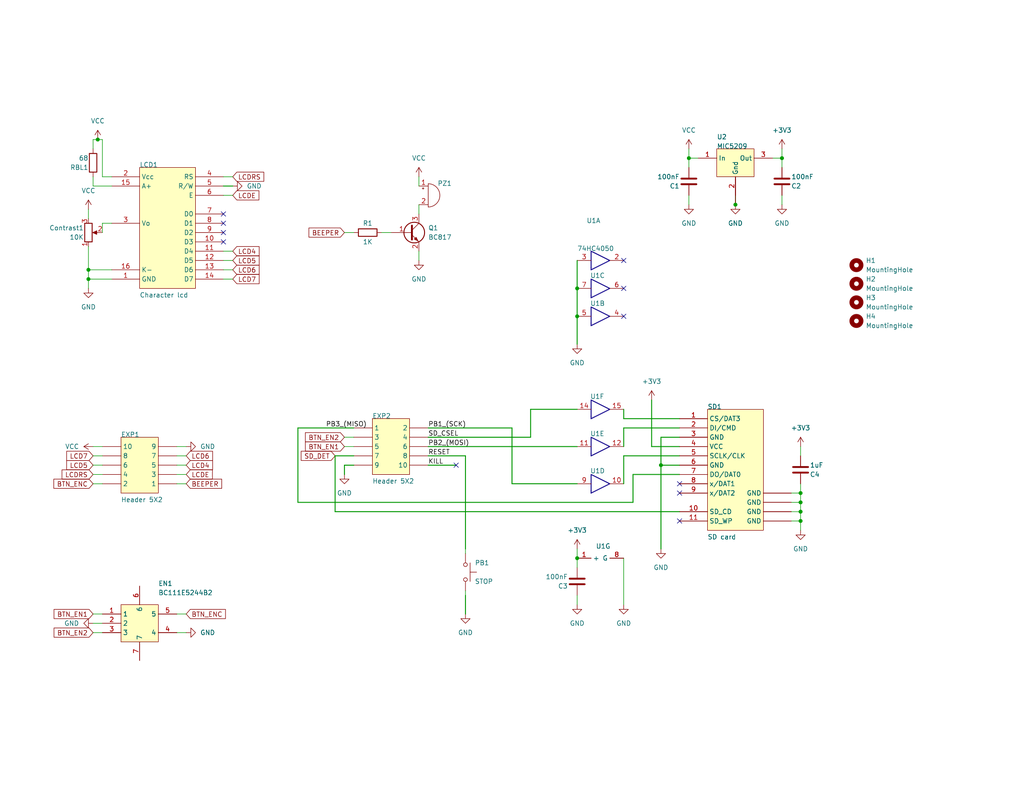
<source format=kicad_sch>
(kicad_sch (version 20230121) (generator eeschema)
  (paper "A")
  (lib_symbols
    (symbol "Device:Buzzer" (pin_names (offset 0.0254) hide)
      (property "Reference" "BZ" (at 3.81 1.27 0))
      (property "Value" "Buzzer" (at 3.81 -1.27 0))
      (symbol "Buzzer_0_1"
        (arc (start 0 -3.175) (mid 3.1612 0) (end 0 3.175))
        (polyline (pts (xy -1.651 1.905) (xy -1.143 1.905)))
        (polyline (pts (xy -1.397 2.159) (xy -1.397 1.651)))
        (polyline (pts (xy 0 3.175) (xy 0 -3.175)))
      )
      (symbol "Buzzer_1_1"
        (pin passive line (at -2.54 2.54 0) (length 2.54) (name "-") (number "1"))
        (pin passive line (at -2.54 -2.54 0) (length 2.54) (name "+") (number "2"))
      )
    )
    (symbol "Device:C" (pin_numbers hide) (pin_names (offset 0.254))
      (property "Reference" "C" (at 0.635 2.54 0))
      (property "Value" "C" (at 0.635 -2.54 0))
      (symbol "C_0_1"
        (polyline (pts (xy -2.032 -0.762) (xy 2.032 -0.762)) (stroke (width 0.508)))
        (polyline (pts (xy -2.032 0.762) (xy 2.032 0.762)) (stroke (width 0.508)))
      )
      (symbol "C_1_1"
        (pin passive line (at 0 3.81 270) (length 2.794) (name "~") (number "1"))
        (pin passive line (at 0 -3.81 90) (length 2.794) (name "~") (number "2"))
      )
    )
    (symbol "Device:R" (pin_numbers hide) (pin_names (offset 0))
      (property "Reference" "R" (at 2.032 0 90))
      (property "Value" "R" (at 0 0 90))
      (symbol "R_0_1"
        (rectangle (start -1.016 -2.54) (end 1.016 2.54) (stroke (width 0.254)))
      )
      (symbol "R_1_1"
        (pin passive line (at 0 3.81 270) (length 1.27) (name "~") (number "1"))
        (pin passive line (at 0 -3.81 90) (length 1.27) (name "~") (number "2"))
      )
    )
    (symbol "Device:R_Potentiometer" (pin_names (offset 1.016) hide)
      (property "Reference" "RV" (at -4.445 0 90))
      (property "Value" "R_Potentiometer" (at -2.54 0 90))
      (symbol "R_Potentiometer_0_1"
        (polyline (pts (xy 2.54 0) (xy 1.524 0)))
        (polyline (pts (xy 1.143 0) (xy 2.286 0.508) (xy 2.286 -0.508) (xy 1.143 0)) (fill (type outline)))
        (rectangle (start 1.016 2.54) (end -1.016 -2.54) (stroke (width 0.254)))
      )
      (symbol "R_Potentiometer_1_1"
        (pin passive line (at 0 3.81 270) (length 1.27) (name "1") (number "1"))
        (pin passive line (at 3.81 0 180) (length 1.27) (name "2") (number "2"))
        (pin passive line (at 0 -3.81 90) (length 1.27) (name "3") (number "3"))
      )
    )
    (symbol "Mechanical:MountingHole" (pin_names (offset 1.016))
      (property "Reference" "H" (at 0 5.08 0))
      (property "Value" "MountingHole" (at 0 3.175 0))
      (symbol "MountingHole_0_1"
        (circle (center 0 0) (radius 1.27) (stroke (width 1.27)))
      )
    )
    (symbol "Switch:SW_Push" (pin_numbers hide) (pin_names (offset 1.016) hide)
      (property "Reference" "SW" (at 1.27 2.54 0))
      (property "Value" "SW_Push" (at 0 -1.524 0))
      (symbol "SW_Push_0_1"
        (circle (center -2.032 0) (radius 0.508))
        (polyline (pts (xy 0 1.27) (xy 0 3.048)))
        (polyline (pts (xy 2.54 1.27) (xy -2.54 1.27)))
        (circle (center 2.032 0) (radius 0.508))
        (pin passive line (at -5.08 0 0) (length 2.54) (name "1") (number "1"))
        (pin passive line (at 5.08 0 180) (length 2.54) (name "2") (number "2"))
      )
    )
    (symbol "Transistor_BJT:BC817" (pin_names (offset 0) hide)
      (property "Reference" "Q" (at 5.08 1.905 0))
      (property "Value" "BC817" (at 5.08 0 0))
      (symbol "BC817_0_1"
        (polyline (pts (xy 0.635 0.635) (xy 2.54 2.54)))
        (polyline (pts (xy 0.635 -0.635) (xy 2.54 -2.54) (xy 2.54 -2.54)))
        (polyline (pts (xy 0.635 1.905) (xy 0.635 -1.905) (xy 0.635 -1.905)) (stroke (width 0.508)))
        (polyline (pts (xy 1.27 -1.778) (xy 1.778 -1.27) (xy 2.286 -2.286) (xy 1.27 -1.778) (xy 1.27 -1.778)) (fill (type outline)))
        (circle (center 1.27 0) (radius 2.8194) (stroke (width 0.254)))
      )
      (symbol "BC817_1_1"
        (pin input line (at -5.08 0 0) (length 5.715) (name "B") (number "1"))
        (pin passive line (at 2.54 -5.08 90) (length 2.54) (name "E") (number "2"))
        (pin passive line (at 2.54 5.08 270) (length 2.54) (name "C") (number "3"))
      )
    )
    (symbol "power:+3V3" (power) (pin_names (offset 0))
      (property "Value" "+3V3" (at 0 3.556 0))
      (symbol "+3V3_0_1"
        (polyline (pts (xy -0.762 1.27) (xy 0 2.54)))
        (polyline (pts (xy 0 0) (xy 0 2.54)))
        (polyline (pts (xy 0 2.54) (xy 0.762 1.27)))
      )
      (symbol "+3V3_1_1"
        (pin power_in line (at 0 0 90) (length 0) hide (name "+3V3") (number "1"))
      )
    )
    (symbol "power:GND" (power) (pin_names (offset 0))
      (property "Value" "GND" (at 0 -3.81 0))
      (symbol "GND_0_1"
        (polyline (pts (xy 0 0) (xy 0 -1.27) (xy 1.27 -1.27) (xy 0 -2.54) (xy -1.27 -1.27) (xy 0 -1.27)))
      )
      (symbol "GND_1_1"
        (pin power_in line (at 0 0 270) (length 0) hide (name "GND") (number "1"))
      )
    )
    (symbol "power:VCC" (power) (pin_names (offset 0))
      (property "Value" "VCC" (at 0 3.81 0))
      (symbol "VCC_0_1"
        (polyline (pts (xy -0.762 1.27) (xy 0 2.54)))
        (polyline (pts (xy 0 0) (xy 0 2.54)))
        (polyline (pts (xy 0 2.54) (xy 0.762 1.27)))
      )
      (symbol "VCC_1_1"
        (pin power_in line (at 0 0 90) (length 0) hide (name "VCC") (number "1"))
      )
    )
    (symbol "reprapdiscount_smart_controller-altium-import:root_0_74HC4050"
      (symbol "root_0_74HC4050_1_0"
        (polyline (pts (xy -1.27 -2.54) (xy -1.27 -1.905)) (stroke (width 0.254) (color 12 0 135 1)))
        (polyline (pts (xy -1.27 -2.54) (xy 3.81 0) (xy -1.27 2.54) (xy -1.27 -1.905)) (stroke (width 0.254) (color 12 0 135 1)))
        (pin passive line (at 7.62 0 180) (length 3.81) (name "2") (number "2"))
        (pin passive line (at -5.08 0 0) (length 3.81) (name "3") (number "3"))
      )
      (symbol "root_0_74HC4050_2_0"
        (polyline (pts (xy -1.27 -2.54) (xy -1.27 -1.905)) (stroke (width 0.254) (color 12 0 135 1)))
        (polyline (pts (xy -1.27 -2.54) (xy 3.81 0) (xy -1.27 2.54) (xy -1.27 -1.905)) (stroke (width 0.254) (color 12 0 135 1)))
        (pin passive line (at 7.62 0 180) (length 3.81) (name "4") (number "4"))
        (pin passive line (at -5.08 0 0) (length 3.81) (name "5") (number "5"))
      )
      (symbol "root_0_74HC4050_3_0"
        (polyline (pts (xy -1.27 -2.54) (xy -1.27 -1.905)) (stroke (width 0.254) (color 12 0 135 1)))
        (polyline (pts (xy -1.27 -2.54) (xy 3.81 0) (xy -1.27 2.54) (xy -1.27 -1.905)) (stroke (width 0.254) (color 12 0 135 1)))
        (pin passive line (at 7.62 0 180) (length 3.81) (name "6") (number "6"))
        (pin passive line (at -5.08 0 0) (length 3.81) (name "7") (number "7"))
      )
      (symbol "root_0_74HC4050_4_0"
        (polyline (pts (xy -2.54 -2.54) (xy -2.54 -1.905)) (stroke (width 0.254) (color 12 0 135 1)))
        (polyline (pts (xy -2.54 -2.54) (xy 2.54 0) (xy -2.54 2.54) (xy -2.54 -1.905)) (stroke (width 0.254) (color 12 0 135 1)))
        (pin passive line (at 6.35 0 180) (length 3.81) (name "10") (number "10"))
        (pin passive line (at -6.35 0 0) (length 3.81) (name "9") (number "9"))
      )
      (symbol "root_0_74HC4050_5_0"
        (polyline (pts (xy -1.27 -2.54) (xy -1.27 -1.905)) (stroke (width 0.254) (color 12 0 135 1)))
        (polyline (pts (xy -1.27 -2.54) (xy 3.81 0) (xy -1.27 2.54) (xy -1.27 -1.905)) (stroke (width 0.254) (color 12 0 135 1)))
        (pin passive line (at -5.08 0 0) (length 3.81) (name "11") (number "11"))
        (pin passive line (at 7.62 0 180) (length 3.81) (name "12") (number "12"))
      )
      (symbol "root_0_74HC4050_6_0"
        (polyline (pts (xy -1.27 -2.54) (xy -1.27 -1.905)) (stroke (width 0.254) (color 12 0 135 1)))
        (polyline (pts (xy -1.27 -2.54) (xy 3.81 0) (xy -1.27 2.54) (xy -1.27 -1.905)) (stroke (width 0.254) (color 12 0 135 1)))
        (pin passive line (at -5.08 0 0) (length 3.81) (name "14") (number "14"))
        (pin passive line (at 7.62 0 180) (length 3.81) (name "15") (number "15"))
      )
      (symbol "root_0_74HC4050_7_0"
        (pin passive line (at -6.35 0 0) (length 3.81) (name "+") (number "1"))
        (pin passive line (at 6.35 0 180) (length 3.81) (name "G") (number "8"))
      )
    )
    (symbol "reprapdiscount_smart_controller-altium-import:root_0_Encoder"
      (symbol "root_0_Encoder_1_0"
        (rectangle (start 10.16 0) (end 0 -10.16) (fill (type background)))
        (pin passive line (at -5.08 -2.54 0) (length 5.08) (name "1") (number "1"))
        (pin passive line (at -5.08 -5.08 0) (length 5.08) (name "2") (number "2"))
        (pin passive line (at -5.08 -7.62 0) (length 5.08) (name "3") (number "3"))
        (pin passive line (at 15.24 -7.62 180) (length 5.08) (name "4") (number "4"))
        (pin passive line (at 15.24 -2.54 180) (length 5.08) (name "5") (number "5"))
        (pin passive line (at 5.08 5.08 270) (length 5.08) (name "6") (number "6"))
        (pin passive line (at 5.08 -15.24 90) (length 5.08) (name "7") (number "7"))
      )
    )
    (symbol "reprapdiscount_smart_controller-altium-import:root_0_Header 5X2"
      (symbol "root_0_Header 5X2_1_0"
        (rectangle (start 10.16 0) (end 0 -15.24) (fill (type background)))
        (pin passive line (at -5.08 -2.54 0) (length 5.08) (name "1") (number "1"))
        (pin passive line (at 15.24 -12.7 180) (length 5.08) (name "10") (number "10"))
        (pin passive line (at 15.24 -2.54 180) (length 5.08) (name "2") (number "2"))
        (pin passive line (at -5.08 -5.08 0) (length 5.08) (name "3") (number "3"))
        (pin passive line (at 15.24 -5.08 180) (length 5.08) (name "4") (number "4"))
        (pin passive line (at -5.08 -7.62 0) (length 5.08) (name "5") (number "5"))
        (pin passive line (at 15.24 -7.62 180) (length 5.08) (name "6") (number "6"))
        (pin passive line (at -5.08 -10.16 0) (length 5.08) (name "7") (number "7"))
        (pin passive line (at 15.24 -10.16 180) (length 5.08) (name "8") (number "8"))
        (pin passive line (at -5.08 -12.7 0) (length 5.08) (name "9") (number "9"))
      )
    )
    (symbol "reprapdiscount_smart_controller-altium-import:root_0_MIC5209"
      (symbol "root_0_MIC5209_1_0"
        (rectangle (start 10.16 2.54) (end 0 -5.08) (fill (type background)))
        (pin passive line (at -5.08 0 0) (length 5.08) (name "In") (number "1"))
        (pin passive line (at 5.08 -10.16 90) (length 5.08) (name "Gnd") (number "2"))
        (pin passive line (at 15.24 0 180) (length 5.08) (name "Out") (number "3"))
        (pin passive line (at 5.08 -12.7 90) (length 7.62) (name "Gnd") (number "4"))
      )
    )
    (symbol "reprapdiscount_smart_controller-altium-import:root_0_SD card"
      (symbol "root_0_SD card_1_0"
        (rectangle (start 15.24 0) (end 0 -33.02) (fill (type background)))
        (pin passive line (at -7.62 -2.54 0) (length 7.62) (name "CS/DAT3") (number "1"))
        (pin passive line (at -7.62 -27.94 0) (length 7.62) (name "SD_CD") (number "10"))
        (pin passive line (at -7.62 -30.48 0) (length 7.62) (name "SD_WP") (number "11"))
        (pin passive line (at 22.86 -30.48 180) (length 7.62) (name "GND") (number "12"))
        (pin passive line (at 22.86 -27.94 180) (length 7.62) (name "GND") (number "12"))
        (pin passive line (at 22.86 -25.4 180) (length 7.62) (name "GND") (number "12"))
        (pin passive line (at 22.86 -22.86 180) (length 7.62) (name "GND") (number "12"))
        (pin passive line (at -7.62 -5.08 0) (length 7.62) (name "DI/CMD") (number "2"))
        (pin passive line (at -7.62 -7.62 0) (length 7.62) (name "GND") (number "3"))
        (pin passive line (at -7.62 -10.16 0) (length 7.62) (name "VCC") (number "4"))
        (pin passive line (at -7.62 -12.7 0) (length 7.62) (name "SCLK/CLK") (number "5"))
        (pin passive line (at -7.62 -15.24 0) (length 7.62) (name "GND") (number "6"))
        (pin passive line (at -7.62 -17.78 0) (length 7.62) (name "DO/DAT0") (number "7"))
        (pin passive line (at -7.62 -20.32 0) (length 7.62) (name "x/DAT1") (number "8"))
        (pin passive line (at -7.62 -22.86 0) (length 7.62) (name "x/DAT2") (number "9"))
      )
    )
    (symbol "reprapdiscount_smart_controller-altium-import:root_0_mirrored_LCD characther"
      (symbol "root_0_mirrored_LCD characther_1_0"
        (rectangle (start 0 0) (end -15.24 -33.02) (fill (type background)))
        (pin passive line (at -22.86 -30.48 0) (length 7.62) (name "GND") (number "1"))
        (pin passive line (at 7.62 -20.32 180) (length 7.62) (name "D3") (number "10"))
        (pin passive line (at 7.62 -22.86 180) (length 7.62) (name "D4") (number "11"))
        (pin passive line (at 7.62 -25.4 180) (length 7.62) (name "D5") (number "12"))
        (pin passive line (at 7.62 -27.94 180) (length 7.62) (name "D6") (number "13"))
        (pin passive line (at 7.62 -30.48 180) (length 7.62) (name "D7") (number "14"))
        (pin passive line (at -22.86 -5.08 0) (length 7.62) (name "A+") (number "15"))
        (pin passive line (at -22.86 -27.94 0) (length 7.62) (name "K-") (number "16"))
        (pin passive line (at -22.86 -2.54 0) (length 7.62) (name "Vcc") (number "2"))
        (pin passive line (at -22.86 -15.24 0) (length 7.62) (name "Vo") (number "3"))
        (pin passive line (at 7.62 -2.54 180) (length 7.62) (name "RS") (number "4"))
        (pin passive line (at 7.62 -5.08 180) (length 7.62) (name "R/W") (number "5"))
        (pin passive line (at 7.62 -7.62 180) (length 7.62) (name "E") (number "6"))
        (pin passive line (at 7.62 -12.7 180) (length 7.62) (name "D0") (number "7"))
        (pin passive line (at 7.62 -15.24 180) (length 7.62) (name "D1") (number "8"))
        (pin passive line (at 7.62 -17.78 180) (length 7.62) (name "D2") (number "9"))
      )
    )
    (symbol "reprapdiscount_smart_controller-altium-import:root_2_Header 5X2"
      (symbol "root_2_Header 5X2_1_0"
        (rectangle (start 0 15.24) (end -10.16 0) (fill (type background)))
        (pin passive line (at 5.08 2.54 180) (length 5.08) (name "1") (number "1"))
        (pin passive line (at -15.24 12.7 0) (length 5.08) (name "10") (number "10"))
        (pin passive line (at -15.24 2.54 0) (length 5.08) (name "2") (number "2"))
        (pin passive line (at 5.08 5.08 180) (length 5.08) (name "3") (number "3"))
        (pin passive line (at -15.24 5.08 0) (length 5.08) (name "4") (number "4"))
        (pin passive line (at 5.08 7.62 180) (length 5.08) (name "5") (number "5"))
        (pin passive line (at -15.24 7.62 0) (length 5.08) (name "6") (number "6"))
        (pin passive line (at 5.08 10.16 180) (length 5.08) (name "7") (number "7"))
        (pin passive line (at -15.24 10.16 0) (length 5.08) (name "8") (number "8"))
        (pin passive line (at 5.08 12.7 180) (length 5.08) (name "9") (number "9"))
      )
    )
  )
  (junction (at 200.66 55.88))
  (junction (at 218.44 137.16))
  (junction (at 213.36 43.18))
  (junction (at 218.44 142.24))
  (junction (at 180.34 127))
  (junction (at 26.67 38.1))
  (junction (at 157.48 152.4))
  (junction (at 157.48 86.36))
  (junction (at 187.96 43.18))
  (junction (at 24.13 73.66))
  (junction (at 218.44 139.7))
  (junction (at 157.48 78.74))
  (junction (at 24.13 76.2))
  (junction (at 218.44 134.62))
  (no_connect (at 170.18 78.74))
  (no_connect (at 60.96 66.04))
  (no_connect (at 185.42 132.08))
  (no_connect (at 60.96 63.5))
  (no_connect (at 124.46 127))
  (no_connect (at 185.42 134.62))
  (no_connect (at 170.18 71.12))
  (no_connect (at 170.18 86.36))
  (no_connect (at 60.96 58.42))
  (no_connect (at 60.96 60.96))
  (no_connect (at 185.42 142.24))
  (wire (pts (xy 25.4 167.64) (xy 27.94 167.64)))
  (wire (pts (xy 218.44 139.7) (xy 218.44 142.24)))
  (wire (pts (xy 25.4 40.64) (xy 25.4 38.1)))
  (wire (pts (xy 139.7 132.08) (xy 157.48 132.08)) (stroke (width 0.254)))
  (wire (pts (xy 81.28 137.16) (xy 172.72 137.16)) (stroke (width 0.254)))
  (wire (pts (xy 114.3 55.88) (xy 114.3 58.42)))
  (wire (pts (xy 127 161.29) (xy 127 162.56)))
  (wire (pts (xy 185.42 127) (xy 180.34 127)) (stroke (width 0.254)))
  (wire (pts (xy 91.44 124.46) (xy 91.44 139.7)) (stroke (width 0.254)))
  (wire (pts (xy 24.13 67.31) (xy 24.13 73.66)))
  (wire (pts (xy 215.9 142.24) (xy 218.44 142.24)))
  (wire (pts (xy 60.96 53.34) (xy 63.5 53.34)))
  (wire (pts (xy 60.96 48.26) (xy 63.5 48.26)))
  (wire (pts (xy 114.3 68.58) (xy 114.3 71.12)))
  (wire (pts (xy 170.18 124.46) (xy 185.42 124.46)) (stroke (width 0.254)))
  (wire (pts (xy 25.4 172.72) (xy 27.94 172.72)))
  (wire (pts (xy 48.26 132.08) (xy 50.8 132.08)))
  (wire (pts (xy 93.98 121.92) (xy 96.52 121.92)))
  (wire (pts (xy 213.36 43.18) (xy 213.36 45.72)))
  (wire (pts (xy 27.94 38.1) (xy 27.94 48.26)))
  (wire (pts (xy 218.44 142.24) (xy 218.44 144.78)))
  (wire (pts (xy 96.52 124.46) (xy 91.44 124.46)) (stroke (width 0.254)))
  (wire (pts (xy 93.98 63.5) (xy 96.52 63.5)))
  (wire (pts (xy 170.18 116.84) (xy 170.18 121.92)) (stroke (width 0.254)))
  (wire (pts (xy 172.72 137.16) (xy 172.72 129.54)) (stroke (width 0.254)))
  (wire (pts (xy 157.48 162.56) (xy 157.48 165.1)))
  (wire (pts (xy 210.82 43.18) (xy 213.36 43.18)))
  (wire (pts (xy 116.84 119.38) (xy 144.78 119.38)) (stroke (width 0.254)))
  (wire (pts (xy 60.96 73.66) (xy 63.5 73.66)))
  (wire (pts (xy 157.48 149.86) (xy 157.48 152.4)))
  (wire (pts (xy 116.84 127) (xy 124.46 127)) (stroke (width 0.254)))
  (wire (pts (xy 116.84 116.84) (xy 139.7 116.84)) (stroke (width 0.254)))
  (wire (pts (xy 114.3 48.26) (xy 114.3 50.8)))
  (wire (pts (xy 157.48 121.92) (xy 116.84 121.92)) (stroke (width 0.254)))
  (wire (pts (xy 60.96 76.2) (xy 63.5 76.2)))
  (wire (pts (xy 30.48 48.26) (xy 27.94 48.26)))
  (wire (pts (xy 48.26 127) (xy 50.8 127)))
  (wire (pts (xy 24.13 76.2) (xy 24.13 78.74)))
  (wire (pts (xy 170.18 132.08) (xy 170.18 124.46)) (stroke (width 0.254)))
  (wire (pts (xy 157.48 86.36) (xy 157.48 93.98)) (stroke (width 0.254)))
  (wire (pts (xy 157.48 78.74) (xy 157.48 86.36)) (stroke (width 0.254)))
  (wire (pts (xy 25.4 132.08) (xy 27.94 132.08)))
  (wire (pts (xy 25.4 127) (xy 27.94 127)))
  (wire (pts (xy 215.9 137.16) (xy 218.44 137.16)))
  (wire (pts (xy 24.13 73.66) (xy 30.48 73.66)))
  (wire (pts (xy 48.26 167.64) (xy 50.8 167.64)))
  (wire (pts (xy 213.36 53.34) (xy 213.36 55.88)))
  (wire (pts (xy 157.48 152.4) (xy 157.48 154.94)))
  (wire (pts (xy 60.96 71.12) (xy 63.5 71.12)))
  (wire (pts (xy 157.48 71.12) (xy 157.48 78.74)) (stroke (width 0.254)))
  (wire (pts (xy 218.44 134.62) (xy 218.44 132.08)))
  (wire (pts (xy 200.66 53.34) (xy 200.66 55.88)))
  (wire (pts (xy 116.84 124.46) (xy 127 124.46)) (stroke (width 0.254)))
  (wire (pts (xy 25.4 121.92) (xy 27.94 121.92)))
  (wire (pts (xy 127 124.46) (xy 127 149.86)) (stroke (width 0.254)))
  (wire (pts (xy 81.28 116.84) (xy 81.28 137.16)) (stroke (width 0.254)))
  (wire (pts (xy 48.26 129.54) (xy 50.8 129.54)))
  (wire (pts (xy 24.13 57.15) (xy 24.13 59.69)))
  (wire (pts (xy 25.4 38.1) (xy 26.67 38.1)))
  (wire (pts (xy 26.67 38.1) (xy 27.94 38.1)))
  (wire (pts (xy 213.36 43.18) (xy 213.36 40.64)))
  (wire (pts (xy 93.98 127) (xy 93.98 129.54)) (stroke (width 0.254)))
  (wire (pts (xy 180.34 119.38) (xy 180.34 127)) (stroke (width 0.254)))
  (wire (pts (xy 25.4 124.46) (xy 27.94 124.46)))
  (wire (pts (xy 218.44 137.16) (xy 218.44 139.7)))
  (wire (pts (xy 27.94 60.96) (xy 27.94 63.5)))
  (wire (pts (xy 48.26 124.46) (xy 50.8 124.46)))
  (wire (pts (xy 96.52 127) (xy 93.98 127)) (stroke (width 0.254)))
  (wire (pts (xy 25.4 48.26) (xy 25.4 50.8)))
  (wire (pts (xy 144.78 111.76) (xy 157.48 111.76)) (stroke (width 0.254)))
  (wire (pts (xy 48.26 172.72) (xy 50.8 172.72)))
  (wire (pts (xy 190.5 43.18) (xy 187.96 43.18)))
  (wire (pts (xy 48.26 121.92) (xy 50.8 121.92)))
  (wire (pts (xy 27.94 60.96) (xy 30.48 60.96)))
  (wire (pts (xy 185.42 119.38) (xy 180.34 119.38)) (stroke (width 0.254)))
  (wire (pts (xy 24.13 73.66) (xy 24.13 76.2)))
  (wire (pts (xy 180.34 127) (xy 180.34 149.86)) (stroke (width 0.254)))
  (wire (pts (xy 25.4 170.18) (xy 27.94 170.18)))
  (wire (pts (xy 177.8 121.92) (xy 177.8 109.22)) (stroke (width 0.254)))
  (wire (pts (xy 215.9 139.7) (xy 218.44 139.7)))
  (wire (pts (xy 187.96 40.64) (xy 187.96 43.18)))
  (wire (pts (xy 170.18 111.76) (xy 170.18 114.3)) (stroke (width 0.254)))
  (wire (pts (xy 170.18 152.4) (xy 170.18 165.1)))
  (wire (pts (xy 127 162.56) (xy 127 167.64)) (stroke (width 0.254)))
  (wire (pts (xy 30.48 50.8) (xy 25.4 50.8)))
  (wire (pts (xy 60.96 50.8) (xy 63.5 50.8)) (stroke (width 0.254)))
  (wire (pts (xy 104.14 63.5) (xy 106.68 63.5)))
  (wire (pts (xy 218.44 121.92) (xy 218.44 124.46)))
  (wire (pts (xy 218.44 134.62) (xy 218.44 137.16)))
  (wire (pts (xy 170.18 114.3) (xy 185.42 114.3)) (stroke (width 0.254)))
  (wire (pts (xy 127 149.86) (xy 127 151.13)))
  (wire (pts (xy 144.78 119.38) (xy 144.78 111.76)) (stroke (width 0.254)))
  (wire (pts (xy 185.42 116.84) (xy 170.18 116.84)) (stroke (width 0.254)))
  (wire (pts (xy 60.96 68.58) (xy 63.5 68.58)))
  (wire (pts (xy 91.44 139.7) (xy 185.42 139.7)) (stroke (width 0.254)))
  (wire (pts (xy 93.98 119.38) (xy 96.52 119.38)))
  (wire (pts (xy 24.13 76.2) (xy 30.48 76.2)))
  (wire (pts (xy 215.9 134.62) (xy 218.44 134.62)))
  (wire (pts (xy 96.52 116.84) (xy 81.28 116.84)) (stroke (width 0.254)))
  (wire (pts (xy 25.4 129.54) (xy 27.94 129.54)))
  (wire (pts (xy 185.42 121.92) (xy 177.8 121.92)) (stroke (width 0.254)))
  (wire (pts (xy 172.72 129.54) (xy 185.42 129.54)) (stroke (width 0.254)))
  (wire (pts (xy 187.96 43.18) (xy 187.96 45.72)))
  (wire (pts (xy 139.7 116.84) (xy 139.7 132.08)) (stroke (width 0.254)))
  (wire (pts (xy 187.96 53.34) (xy 187.96 55.88)))
  (label "PB3_(MISO)" (at 88.9 116.84 0))
  (label "PB2_(MOSI)" (at 116.84 121.92 0))
  (label "KILL" (at 116.84 127 0))
  (label "RESET" (at 116.84 124.46 0))
  (label "SD_CSEL" (at 116.84 119.38 0))
  (label "PB1_(SCK)" (at 116.84 116.84 0))
  (global_label "LCD7" (shape input) (at 63.5 76.2 0) (property "Intersheetrefs" "${INTERSHEET_REFS}" (effects hide)))
  (global_label "LCD4" (shape input) (at 50.8 127 0) (property "Intersheetrefs" "${INTERSHEET_REFS}" (effects hide)))
  (global_label "BTN_EN2" (shape input) (at 93.98 119.38 180) (property "Intersheetrefs" "${INTERSHEET_REFS}" (effects hide)))
  (global_label "LCDE" (shape input) (at 50.8 129.54 0) (property "Intersheetrefs" "${INTERSHEET_REFS}" (effects hide)))
  (global_label "BTN_EN1" (shape input) (at 25.4 167.64 180) (property "Intersheetrefs" "${INTERSHEET_REFS}" (effects hide)))
  (global_label "BEEPER" (shape input) (at 50.8 132.08 0) (property "Intersheetrefs" "${INTERSHEET_REFS}" (effects hide)))
  (global_label "BEEPER" (shape input) (at 93.98 63.5 180) (property "Intersheetrefs" "${INTERSHEET_REFS}" (effects hide)))
  (global_label "LCD6" (shape input) (at 63.5 73.66 0) (property "Intersheetrefs" "${INTERSHEET_REFS}" (effects hide)))
  (global_label "LCD6" (shape input) (at 50.8 124.46 0) (property "Intersheetrefs" "${INTERSHEET_REFS}" (effects hide)))
  (global_label "LCDE" (shape input) (at 63.5 53.34 0) (property "Intersheetrefs" "${INTERSHEET_REFS}" (effects hide)))
  (global_label "LCD5" (shape input) (at 63.5 71.12 0) (property "Intersheetrefs" "${INTERSHEET_REFS}" (effects hide)))
  (global_label "LCD4" (shape input) (at 63.5 68.58 0) (property "Intersheetrefs" "${INTERSHEET_REFS}" (effects hide)))
  (global_label "SD_DET" (shape input) (at 91.44 124.46 180) (property "Intersheetrefs" "${INTERSHEET_REFS}" (effects hide)))
  (global_label "BTN_ENC" (shape input) (at 50.8 167.64 0) (property "Intersheetrefs" "${INTERSHEET_REFS}" (effects hide)))
  (global_label "LCD7" (shape input) (at 25.4 124.46 180) (property "Intersheetrefs" "${INTERSHEET_REFS}" (effects hide)))
  (global_label "LCD5" (shape input) (at 25.4 127 180) (property "Intersheetrefs" "${INTERSHEET_REFS}" (effects hide)))
  (global_label "LCDRS" (shape input) (at 63.5 48.26 0) (property "Intersheetrefs" "${INTERSHEET_REFS}" (effects hide)))
  (global_label "LCDRS" (shape input) (at 25.4 129.54 180) (property "Intersheetrefs" "${INTERSHEET_REFS}" (effects hide)))
  (global_label "BTN_EN2" (shape input) (at 25.4 172.72 180) (property "Intersheetrefs" "${INTERSHEET_REFS}" (effects hide)))
  (global_label "BTN_ENC" (shape input) (at 25.4 132.08 180) (property "Intersheetrefs" "${INTERSHEET_REFS}" (effects hide)))
  (global_label "BTN_EN1" (shape input) (at 93.98 121.92 180) (property "Intersheetrefs" "${INTERSHEET_REFS}" (effects hide)))
  (symbol (lib_id "power:VCC") (at 24.13 57.15 0) (unit 1)
    (property "Reference" "#PWR01" (effects hide))
    (property "Value" "VCC" (at 24.13 52.07 0))
  )
  (symbol (lib_id "power:GND") (at 114.3 71.12 0) (unit 1)
    (property "Reference" "#PWR06" (effects hide))
    (property "Value" "GND" (at 114.3 76.2 0))
  )
  (symbol (lib_id "Mechanical:MountingHole") (at 233.68 87.63 0) (unit 1)
    (property "Reference" "H4" (at 236.22 86.36 0) (effects (justify left)))
    (property "Value" "MountingHole" (at 236.22 88.9 0) (effects (justify left)))
    (property "Footprint" "reprapdiscount_smart_controller:MountingHole_3mm" (effects hide))
  )
  (symbol (lib_id "reprapdiscount_smart_controller-altium-import:root_0_74HC4050") (at 162.56 71.12 0) (unit 1)
    (property "Reference" "U1" (at 160.02 60.96 0) (effects (justify left bottom)))
    (property "Value" "74HC4050" (at 157.48 68.58 0) (effects (justify left bottom)))
    (property "Footprint" "reprapdiscount_smart_controller:SO-16_3.9x9.9mm_P1.27mm" (effects hide))
  )
  (symbol (lib_id "Switch:SW_Push") (at 127 156.21 270) (unit 1)
    (property "Reference" "PB1" (at 129.54 153.67 90) (effects (justify left)))
    (property "Value" "STOP" (at 129.54 158.75 90) (effects (justify left)))
    (property "Footprint" "Button_Switch_THT:SW_PUSH_6mm_H5mm" (effects hide))
  )
  (symbol (lib_id "Mechanical:MountingHole") (at 233.68 82.55 0) (unit 1)
    (property "Reference" "H3" (at 236.22 81.28 0) (effects (justify left)))
    (property "Value" "MountingHole" (at 236.22 83.82 0) (effects (justify left)))
    (property "Footprint" "reprapdiscount_smart_controller:MountingHole_3mm" (effects hide))
  )
  (symbol (lib_id "Device:C") (at 187.96 49.53 180) (unit 1)
    (property "Reference" "C1" (at 185.42 50.8 0) (effects (justify left)))
    (property "Value" "100nF" (at 185.42 48.26 0) (effects (justify left)))
    (property "Footprint" "Capacitor_SMD:C_0805_2012Metric_Pad1.18x1.45mm_HandSolder" (effects hide))
    (property "PUBLISHED" "8-Jun-2000" (effects hide))
    (property "REVISION" "July-2002: Re-released for DXP Platform." (effects hide))
    (property "PUBLISHER" "Altium Limited" (effects hide))
    (property "ALTIUM_VALUE" "100nF" (effects hide))
  )
  (symbol (lib_id "Device:C") (at 218.44 128.27 0) (mirror x) (unit 1)
    (property "Reference" "C4" (at 220.98 129.54 0) (effects (justify left)))
    (property "Value" "1uF" (at 220.98 127 0) (effects (justify left)))
    (property "Footprint" "Capacitor_SMD:C_1206_3216Metric_Pad1.33x1.80mm_HandSolder" (effects hide))
    (property "PUBLISHED" "8-Jun-2000" (effects hide))
    (property "REVISION" "July-2002: Re-released for DXP Platform." (effects hide))
    (property "PUBLISHER" "Altium Limited" (effects hide))
    (property "ALTIUM_VALUE" "1uF" (effects hide))
  )
  (symbol (lib_id "reprapdiscount_smart_controller-altium-import:root_2_Header 5X2") (at 43.18 134.62 0) (unit 1)
    (property "Reference" "EXP1" (at 33.02 119.38 0) (effects (justify left bottom)))
    (property "Value" "Header 5X2" (at 33.02 137.16 0) (effects (justify left bottom)))
    (property "Footprint" "reprapdiscount_smart_controller:HDR2X5_EXP" (effects hide))
    (property "LATESTREVISIONDATE" "17-Jul-2002" (effects hide))
    (property "LATESTREVISIONNOTE" "Re-released for DXP Platform." (effects hide))
    (property "PUBLISHER" "Altium Limited" (effects hide))
  )
  (symbol (lib_id "power:+3V3") (at 218.44 121.92 0) (unit 1)
    (property "Reference" "#PWR017" (effects hide))
    (property "Value" "+3V3" (at 218.44 116.84 0))
  )
  (symbol (lib_id "reprapdiscount_smart_controller-altium-import:root_0_74HC4050") (at 163.83 132.08 0) (unit 4)
    (property "Reference" "U1" (at 161.036 129.286 0) (effects (justify left bottom)))
    (property "Value" "74HC4050" (effects hide))
    (property "Footprint" "reprapdiscount_smart_controller:SO-16_3.9x9.9mm_P1.27mm" (effects hide))
  )
  (symbol (lib_id "reprapdiscount_smart_controller-altium-import:root_0_74HC4050") (at 162.56 121.92 0) (unit 5)
    (property "Reference" "U1" (at 161.036 119.126 0) (effects (justify left bottom)))
    (property "Value" "74HC4050" (effects hide))
    (property "Footprint" "reprapdiscount_smart_controller:SO-16_3.9x9.9mm_P1.27mm" (effects hide))
  )
  (symbol (lib_id "power:GND") (at 63.5 50.8 90) (unit 1)
    (property "Reference" "#PWR023" (effects hide))
    (property "Value" "GND" (at 67.31 50.8 90) (effects (justify right)))
  )
  (symbol (lib_id "power:GND") (at 24.13 78.74 0) (unit 1)
    (property "Reference" "#PWR03" (effects hide))
    (property "Value" "GND" (at 24.13 83.82 0))
  )
  (symbol (lib_id "reprapdiscount_smart_controller-altium-import:root_0_74HC4050") (at 162.56 78.74 0) (unit 3)
    (property "Reference" "U1" (at 161.036 75.946 0) (effects (justify left bottom)))
    (property "Value" "74HC4050" (effects hide))
    (property "Footprint" "reprapdiscount_smart_controller:SO-16_3.9x9.9mm_P1.27mm" (effects hide))
  )
  (symbol (lib_id "reprapdiscount_smart_controller-altium-import:root_0_Header 5X2") (at 101.6 114.3 0) (unit 1)
    (property "Reference" "EXP2" (at 101.6 114.3 0) (effects (justify left bottom)))
    (property "Value" "Header 5X2" (at 101.6 132.08 0) (effects (justify left bottom)))
    (property "Footprint" "reprapdiscount_smart_controller:HDR2X5_EXP" (effects hide))
    (property "LATESTREVISIONDATE" "17-Jul-2002" (effects hide))
    (property "LATESTREVISIONNOTE" "Re-released for DXP Platform." (effects hide))
    (property "PUBLISHER" "Altium Limited" (effects hide))
  )
  (symbol (lib_id "power:GND") (at 25.4 170.18 270) (unit 1)
    (property "Reference" "#PWR025" (effects hide))
    (property "Value" "GND" (at 21.59 170.18 90) (effects (justify right)))
  )
  (symbol (lib_id "power:VCC") (at 25.4 121.92 90) (unit 1)
    (property "Reference" "#PWR014" (effects hide))
    (property "Value" "VCC" (at 21.59 121.92 90) (effects (justify left)))
  )
  (symbol (lib_id "power:GND") (at 187.96 55.88 0) (unit 1)
    (property "Reference" "#PWR015" (effects hide))
    (property "Value" "GND" (at 187.96 60.96 0))
  )
  (symbol (lib_id "power:VCC") (at 26.67 38.1 0) (unit 1)
    (property "Reference" "#PWR024" (effects hide))
    (property "Value" "VCC" (at 26.67 33.02 0))
  )
  (symbol (lib_id "reprapdiscount_smart_controller-altium-import:root_0_mirrored_LCD characther") (at 53.34 45.72 0) (unit 1)
    (property "Reference" "LCD1" (at 38.1 45.72 0) (effects (justify left bottom)))
    (property "Value" "Character lcd" (at 38.1 81.28 0) (effects (justify left bottom)))
    (property "Footprint" "reprapdiscount_smart_controller:HDR1X16" (effects hide))
  )
  (symbol (lib_id "Device:C") (at 157.48 158.75 0) (mirror x) (unit 1)
    (property "Reference" "C3" (at 154.94 160.02 0) (effects (justify right)))
    (property "Value" "100nF" (at 154.94 157.48 0) (effects (justify right)))
    (property "Footprint" "Capacitor_SMD:C_0805_2012Metric_Pad1.18x1.45mm_HandSolder" (effects hide))
    (property "PUBLISHED" "8-Jun-2000" (effects hide))
    (property "REVISION" "July-2002: Re-released for DXP Platform." (effects hide))
    (property "PUBLISHER" "Altium Limited" (effects hide))
    (property "ALTIUM_VALUE" "100nF" (effects hide))
  )
  (symbol (lib_id "power:+3V3") (at 157.48 149.86 0) (unit 1)
    (property "Reference" "#PWR09" (effects hide))
    (property "Value" "+3V3" (at 157.48 144.78 0))
  )
  (symbol (lib_id "power:GND") (at 157.48 93.98 0) (unit 1)
    (property "Reference" "#PWR08" (effects hide))
    (property "Value" "GND" (at 157.48 99.06 0))
  )
  (symbol (lib_id "power:GND") (at 170.18 165.1 0) (unit 1)
    (property "Reference" "#PWR011" (effects hide))
    (property "Value" "GND" (at 170.18 170.18 0))
  )
  (symbol (lib_id "power:GND") (at 180.34 149.86 0) (unit 1)
    (property "Reference" "#PWR013" (effects hide))
    (property "Value" "GND" (at 180.34 154.94 0))
  )
  (symbol (lib_id "power:GND") (at 213.36 55.88 0) (unit 1)
    (property "Reference" "#PWR021" (effects hide))
    (property "Value" "GND" (at 213.36 60.96 0))
  )
  (symbol (lib_id "power:GND") (at 50.8 121.92 90) (unit 1)
    (property "Reference" "#PWR016" (effects hide))
    (property "Value" "GND" (at 54.61 121.92 90) (effects (justify right)))
  )
  (symbol (lib_id "Device:C") (at 213.36 49.53 0) (mirror x) (unit 1)
    (property "Reference" "C2" (at 215.9 50.8 0) (effects (justify left)))
    (property "Value" "100nF" (at 215.9 48.26 0) (effects (justify left)))
    (property "Footprint" "Capacitor_SMD:C_0805_2012Metric_Pad1.18x1.45mm_HandSolder" (effects hide))
    (property "PUBLISHED" "8-Jun-2000" (effects hide))
    (property "REVISION" "July-2002: Re-released for DXP Platform." (effects hide))
    (property "PUBLISHER" "Altium Limited" (effects hide))
    (property "ALTIUM_VALUE" "100nF" (effects hide))
  )
  (symbol (lib_id "power:GND") (at 93.98 129.54 0) (unit 1)
    (property "Reference" "#PWR04" (effects hide))
    (property "Value" "GND" (at 93.98 134.62 0))
  )
  (symbol (lib_id "Transistor_BJT:BC817") (at 111.76 63.5 0) (unit 1)
    (property "Reference" "Q1" (at 116.84 62.23 0) (effects (justify left)))
    (property "Value" "BC817" (at 116.84 64.77 0) (effects (justify left)))
    (property "Footprint" "Package_TO_SOT_SMD:SOT-23" (effects hide))
    (property "Datasheet" "https://www.onsemi.com/pub/Collateral/BC818-D.pdf" (effects hide))
    (property "PUBLISHED" "17-Sep-2003" (effects hide))
    (property "LATESTREVISIONDATE" "12-Dec-2006" (effects hide))
    (property "LATESTREVISIONNOTE" "IPC-7351 Footprint Added." (effects hide))
    (property "DATASHEETVERSION" "4-Feb-2002" (effects hide))
    (property "PACKAGEVERSION" "May-1999" (effects hide))
    (property "PACKAGEREFERENCE" "SOT23" (effects hide))
    (property "PUBLISHER" "Altium Limited" (effects hide))
    (property "PACKAGEDESCRIPTION" "3-Pin SOT-23 Package 0.95 mm Pitch, 2.3 mm Lead Span" (effects hide))
    (property "COMPONENTLINK1DESCRIPTION" "Manufacturer Link" (effects hide))
    (property "COMPONENTLINK1URL" "http://www.semiconductors.philips.com/" (effects hide))
    (property "COMPONENTLINK2DESCRIPTION" "Datasheet" (effects hide))
    (property "COMPONENTLINK2URL" "http://www.semiconductors.philips.com/acrobat/datasheets/BC846_BC847_BC848_5.pdf" (effects hide))
  )
  (symbol (lib_id "power:VCC") (at 114.3 48.26 0) (unit 1)
    (property "Reference" "#PWR02" (effects hide))
    (property "Value" "VCC" (at 114.3 43.18 0))
  )
  (symbol (lib_id "power:+3V3") (at 213.36 40.64 0) (unit 1)
    (property "Reference" "#PWR026" (effects hide))
    (property "Value" "+3V3" (at 213.36 35.56 0))
  )
  (symbol (lib_id "Device:R") (at 25.4 44.45 0) (mirror x) (unit 1)
    (property "Reference" "RBL1" (at 24.13 45.72 0) (effects (justify right)))
    (property "Value" "68" (at 24.13 43.18 0) (effects (justify right)))
    (property "Footprint" "Resistor_SMD:R_1206_3216Metric_Pad1.30x1.75mm_HandSolder" (effects hide))
    (property "PUBLISHED" "8-Jun-2000" (effects hide))
    (property "REVISION" "July-2002: Re-released for DXP Platform." (effects hide))
    (property "PUBLISHER" "Altium Limited" (effects hide))
    (property "ALTIUM_VALUE" "68" (effects hide))
  )
  (symbol (lib_id "Device:Buzzer") (at 116.84 53.34 0) (unit 1)
    (property "Reference" "PZ1" (at 119.38 50.8 0) (effects (justify left bottom)))
    (property "Value" "PIEZO" (effects hide))
    (property "Footprint" "reprapdiscount_smart_controller:PIEZO 11MM" (effects hide))
  )
  (symbol (lib_id "power:GND") (at 200.66 55.88 0) (unit 1)
    (property "Reference" "#PWR018" (effects hide))
    (property "Value" "GND" (at 200.66 60.96 0))
  )
  (symbol (lib_id "power:GND") (at 50.8 172.72 90) (unit 1)
    (property "Reference" "#PWR022" (effects hide))
    (property "Value" "GND" (at 54.61 172.72 90) (effects (justify right)))
  )
  (symbol (lib_id "power:GND") (at 218.44 144.78 0) (unit 1)
    (property "Reference" "#PWR020" (effects hide))
    (property "Value" "GND" (at 218.44 149.86 0))
  )
  (symbol (lib_id "reprapdiscount_smart_controller-altium-import:root_0_74HC4050") (at 163.83 152.4 0) (unit 7)
    (property "Reference" "U1" (at 162.56 149.86 0) (effects (justify left bottom)))
    (property "Value" "74HC4050" (effects hide))
    (property "Footprint" "reprapdiscount_smart_controller:SO-16_3.9x9.9mm_P1.27mm" (effects hide))
  )
  (symbol (lib_id "power:VCC") (at 187.96 40.64 0) (unit 1)
    (property "Reference" "#PWR05" (effects hide))
    (property "Value" "VCC" (at 187.96 35.56 0))
  )
  (symbol (lib_id "reprapdiscount_smart_controller-altium-import:root_0_74HC4050") (at 162.56 111.76 0) (unit 6)
    (property "Reference" "U1" (at 161.036 108.966 0) (effects (justify left bottom)))
    (property "Value" "74HC4050" (effects hide))
    (property "Footprint" "reprapdiscount_smart_controller:SO-16_3.9x9.9mm_P1.27mm" (effects hide))
  )
  (symbol (lib_id "reprapdiscount_smart_controller-altium-import:root_0_MIC5209") (at 195.58 43.18 0) (unit 1)
    (property "Reference" "U2" (at 195.58 38.1 0) (effects (justify left bottom)))
    (property "Value" "MIC5209" (at 195.58 40.64 0) (effects (justify left bottom)))
    (property "Footprint" "Package_TO_SOT_SMD:SOT-223" (effects hide))
  )
  (symbol (lib_id "reprapdiscount_smart_controller-altium-import:root_0_74HC4050") (at 162.56 86.36 0) (unit 2)
    (property "Reference" "U1" (at 161.036 83.566 0) (effects (justify left bottom)))
    (property "Value" "74HC4050" (effects hide))
    (property "Footprint" "reprapdiscount_smart_controller:SO-16_3.9x9.9mm_P1.27mm" (effects hide))
  )
  (symbol (lib_id "Device:R_Potentiometer") (at 24.13 63.5 0) (mirror x) (unit 1)
    (property "Reference" "Contrast1" (at 22.86 62.23 0) (effects (justify right)))
    (property "Value" "10K" (at 22.86 64.77 0) (effects (justify right)))
    (property "Footprint" "reprapdiscount_smart_controller:RES TRIMPOT" (effects hide))
  )
  (symbol (lib_id "power:GND") (at 127 167.64 0) (unit 1)
    (property "Reference" "#PWR07" (effects hide))
    (property "Value" "GND" (at 127 172.72 0))
  )
  (symbol (lib_id "reprapdiscount_smart_controller-altium-import:root_0_Encoder") (at 33.02 165.1 0) (unit 1)
    (property "Reference" "EN1" (at 43.18 160.02 0) (effects (justify left bottom)))
    (property "Value" "BC111E5244B2" (at 43.18 162.56 0) (effects (justify left bottom)))
    (property "Footprint" "reprapdiscount_smart_controller:ROTARY ENCODER" (effects hide))
  )
  (symbol (lib_id "reprapdiscount_smart_controller-altium-import:root_0_SD card") (at 193.04 111.76 0) (unit 1)
    (property "Reference" "SD1" (at 193.04 111.76 0) (effects (justify left bottom)))
    (property "Value" "SD card" (at 193.04 147.32 0) (effects (justify left bottom)))
    (property "Footprint" "reprapdiscount_smart_controller:SD_card socket" (effects hide))
  )
  (symbol (lib_id "Device:R") (at 100.33 63.5 270) (mirror x) (unit 1)
    (property "Reference" "R1" (at 100.33 60.96 90))
    (property "Value" "1K" (at 100.33 66.04 90))
    (property "Footprint" "Resistor_SMD:R_0805_2012Metric_Pad1.20x1.40mm_HandSolder" (effects hide))
    (property "PUBLISHED" "8-Jun-2000" (effects hide))
    (property "REVISION" "July-2002: Re-released for DXP Platform." (effects hide))
    (property "PUBLISHER" "Altium Limited" (effects hide))
    (property "ALTIUM_VALUE" "1K" (effects hide))
  )
  (symbol (lib_id "Mechanical:MountingHole") (at 233.68 72.39 0) (unit 1)
    (property "Reference" "H1" (at 236.22 71.12 0) (effects (justify left)))
    (property "Value" "MountingHole" (at 236.22 73.66 0) (effects (justify left)))
    (property "Footprint" "reprapdiscount_smart_controller:MountingHole_3mm" (effects hide))
  )
  (symbol (lib_id "Mechanical:MountingHole") (at 233.68 77.47 0) (unit 1)
    (property "Reference" "H2" (at 236.22 76.2 0) (effects (justify left)))
    (property "Value" "MountingHole" (at 236.22 78.74 0) (effects (justify left)))
    (property "Footprint" "reprapdiscount_smart_controller:MountingHole_3mm" (effects hide))
  )
  (symbol (lib_id "power:GND") (at 157.48 165.1 0) (unit 1)
    (property "Reference" "#PWR010" (effects hide))
    (property "Value" "GND" (at 157.48 170.18 0))
  )
  (symbol (lib_id "power:+3V3") (at 177.8 109.22 0) (unit 1)
    (property "Reference" "#PWR019" (effects hide))
    (property "Value" "+3V3" (at 177.8 104.14 0))
  )
)
</source>
